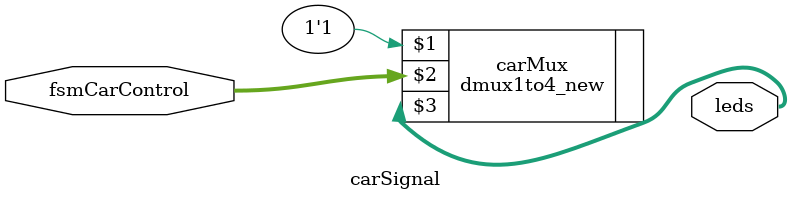
<source format=v>

`include "mux_new.v"

module carSignal
(
 input  [1:0] fsmCarControl,
 output [3:0] leds
);

	dmux1to4_new carMux(1'b1, fsmCarControl, leds);

endmodule

</source>
